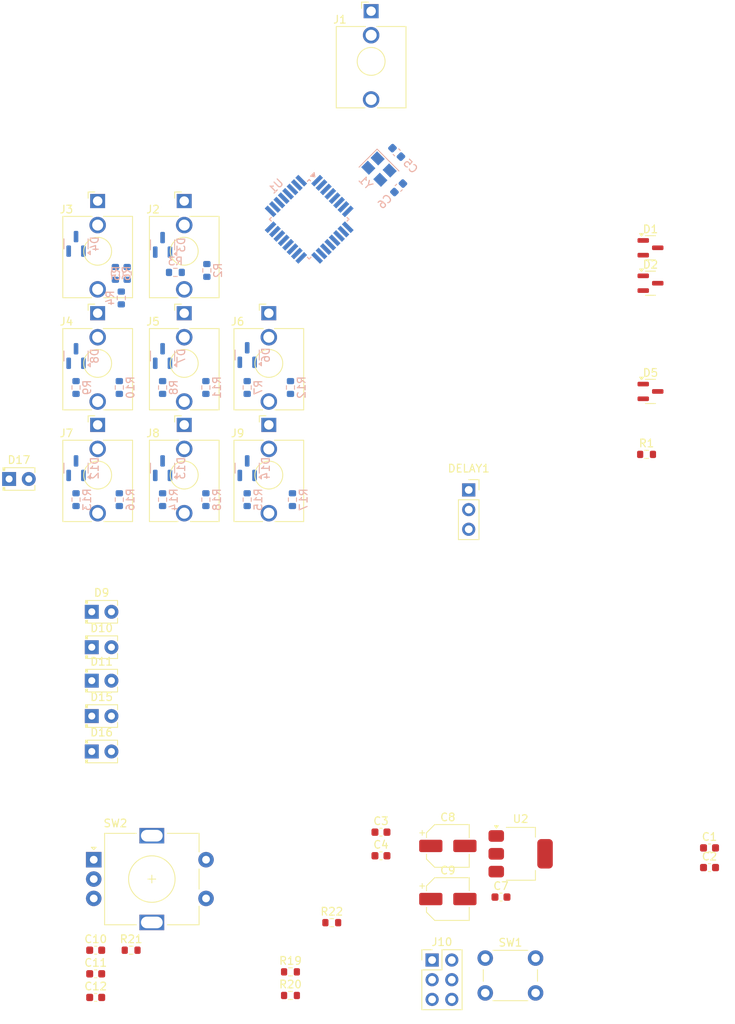
<source format=kicad_pcb>
(kicad_pcb (version 20240108) (generator "pcbnew") (generator_version "8.0")
  (layers (0 "F.Cu" signal) (31 "B.Cu" signal) (34 "B.Paste" user) (35 "F.Paste" user) (36 "B.SilkS" user "B.Silkscreen") (37 "F.SilkS" user "F.Silkscreen") (38 "B.Mask" user) (39 "F.Mask" user) (44 "Edge.Cuts" user))
  (net 0 "")
  (net 1 "Net-(U1-AREF)")
  (net 2 "Net-(U1-XTAL1{slash}PB6)")
  (net 3 "Net-(U1-XTAL2{slash}PB7)")
  (net 4 "Net-(D1-K)")
  (net 5 "A0 POT")
  (net 6 "D3 ROTARY RIGHT")
  (net 7 "D2 ROTARY LEFT")
  (net 8 "+12V")
  (net 9 "Net-(D2-A)")
  (net 10 "Net-(D3-COM)")
  (net 11 "Net-(D4-COM)")
  (net 12 "Net-(D5-A)")
  (net 13 "D7 CH3")
  (net 14 "D6 CH2")
  (net 15 "D5 CH1")
  (net 16 "Net-(D9-A)")
  (net 17 "Net-(D10-A)")
  (net 18 "Net-(D11-A)")
  (net 19 "D8 CH4")
  (net 20 "D9 CH5")
  (net 21 "D10 CH6")
  (net 22 "Net-(D15-A)")
  (net 23 "Net-(D16-A)")
  (net 24 "Net-(D17-A)")
  (net 25 "Net-(DELAY1-Pad2)")
  (net 26 "GND")
  (net 27 "+5V")
  (net 28 "Net-(J7-PadT)")
  (net 29 "Net-(J8-PadT)")
  (net 30 "Net-(J9-PadT)")
  (net 31 "D11 MOSI RESET")
  (net 32 "SCK")
  (net 33 "D12 MISO CLOCK")
  (net 34 "RESET")
  (net 35 "Net-(J6-PadT)")
  (net 36 "Net-(J5-PadT)")
  (net 37 "Net-(J4-PadT)")
  (net 38 "A5 SCL")
  (net 39 "A4 SDA")
  (net 40 "D4 PUSH")
  (net 41 "A3")
  (net 42 "D0{slash}RX")
  (net 43 "A6")
  (net 44 "D1{slash}TX")
  (net 45 "A7")
  (net 46 "A1")
  (net 47 "A2")
  (footprint "LED_THT:LED_D2.0mm_W4.0mm_H2.8mm_FlatTop" (layer "F.Cu") (at 35.306 118.11)
    (property "Reference" "D16" (at 1.27 -2.46 0) (layer "F.SilkS"))
    (property "Value" "LED")
    (pad "1" thru_hole rect (at 0 0) (size 1.8 1.8) (drill 0.9) (layers "*.Cu" "*.Mask") (net 26 "GND"))
    (pad "2" thru_hole circle (at 2.54 0) (size 1.8 1.8) (drill 0.9) (layers "*.Cu" "*.Mask") (net 23 "Net-(D16-A)"))
  )
  (footprint "Capacitor_SMD:C_0603_1608Metric" (layer "F.Cu") (at 88.138 136.906)
    (property "Reference" "C7" (at 0 -1.43 0) (layer "F.SilkS"))
    (property "Value" "C 100nF")
    (pad "1" smd roundrect (at -0.775 0) (size 0.9 0.95) (layers "F.Cu" "F.Paste" "F.Mask") (net 4 "Net-(D1-K)"))
    (pad "2" smd roundrect (at 0.775 0) (size 0.9 0.95) (layers "F.Cu" "F.Paste" "F.Mask") (net 26 "GND"))
  )
  (footprint "Resistor_SMD:R_0603_1608Metric" (layer "F.Cu") (at 40.386 143.764)
    (property "Reference" "R21" (at 0 -1.43 0) (layer "F.SilkS"))
    (property "Value" "R 470")
    (pad "1" smd roundrect (at -0.825 0) (size 0.8 0.95) (layers "F.Cu" "F.Paste" "F.Mask") (net 25 "Net-(DELAY1-Pad2)"))
    (pad "2" smd roundrect (at 0.825 0) (size 0.8 0.95) (layers "F.Cu" "F.Paste" "F.Mask") (net 5 "A0 POT"))
  )
  (footprint "Capacitor_SMD:CP_Elec_5x5.4" (layer "F.Cu") (at 81.28 130.302)
    (property "Reference" "C8" (at 0 -3.7 0) (layer "F.SilkS"))
    (property "Value" "C 10uf")
    (pad "1" smd roundrect (at -2.2 0) (size 3 1.6) (layers "F.Cu" "F.Paste" "F.Mask") (roundrect_rratio 0.15625) (net 4 "Net-(D1-K)"))
    (pad "2" smd roundrect (at 2.2 0) (size 3 1.6) (layers "F.Cu" "F.Paste" "F.Mask") (roundrect_rratio 0.15625) (net 26 "GND"))
  )
  (footprint "Capacitor_SMD:C_0603_1608Metric" (layer "F.Cu") (at 72.644 128.524)
    (property "Reference" "C3" (at 0 -1.43 0) (layer "F.SilkS"))
    (property "Value" "C 100nF")
    (pad "1" smd roundrect (at -0.775 0) (size 0.9 0.95) (layers "F.Cu" "F.Paste" "F.Mask") (net 27 "+5V"))
    (pad "2" smd roundrect (at 0.775 0) (size 0.9 0.95) (layers "F.Cu" "F.Paste" "F.Mask") (net 26 "GND"))
  )
  (footprint "Connector_Audio:Jack_3.5mm_QingPu_WQP-PJ398SM_Vertical_CircularHoles" (layer "F.Cu") (at 36.068 75.946)
    (property "Reference" "J7" (at -4.03 1.08 180) (layer "F.SilkS"))
    (property "Value" "AudioJack2")
    (pad "S" thru_hole rect (at 0 0 180) (size 1.93 1.83) (drill 1.22) (layers "*.Cu" "*.Mask") (net 26 "GND"))
    (pad "T" thru_hole circle (at 0 11.4 180) (size 2.13 2.13) (drill 1.43) (layers "*.Cu" "*.Mask") (net 28 "Net-(J7-PadT)"))
    (pad "TN" thru_hole circle (at 0 3.1 180) (size 2.13 2.13) (drill 1.42) (layers "*.Cu" "*.Mask"))
  )
  (footprint "Package_TO_SOT_SMD:SOT-23" (layer "F.Cu") (at 107.442 57.658)
    (property "Reference" "D2" (at 0 -2.4 0) (layer "F.SilkS"))
    (property "Value" "LED")
    (pad "1" smd roundrect (at -0.9375 -0.95) (size 1.475 0.6) (layers "F.Cu" "F.Paste" "F.Mask") (net 26 "GND"))
    (pad "2" smd roundrect (at -0.9375 0.95) (size 1.475 0.6) (layers "F.Cu" "F.Paste" "F.Mask") (net 9 "Net-(D2-A)"))
    (pad "3" smd roundrect (at 0.9375 0) (size 1.475 0.6) (layers "F.Cu" "F.Paste" "F.Mask"))
  )
  (footprint "Capacitor_SMD:C_0603_1608Metric" (layer "F.Cu") (at 35.814 149.86)
    (property "Reference" "C12" (at 0 -1.43 0) (layer "F.SilkS"))
    (property "Value" "C 10nF")
    (pad "1" smd roundrect (at -0.775 0) (size 0.9 0.95) (layers "F.Cu" "F.Paste" "F.Mask") (net 26 "GND"))
    (pad "2" smd roundrect (at 0.775 0) (size 0.9 0.95) (layers "F.Cu" "F.Paste" "F.Mask") (net 7 "D2 ROTARY LEFT"))
  )
  (footprint "Capacitor_SMD:C_0603_1608Metric" (layer "F.Cu") (at 72.644 131.572)
    (property "Reference" "C4" (at 0 -1.43 0) (layer "F.SilkS"))
    (property "Value" "C 100nF")
    (pad "1" smd roundrect (at -0.775 0) (size 0.9 0.95) (layers "F.Cu" "F.Paste" "F.Mask") (net 27 "+5V"))
    (pad "2" smd roundrect (at 0.775 0) (size 0.9 0.95) (layers "F.Cu" "F.Paste" "F.Mask") (net 26 "GND"))
  )
  (footprint "Connector_Audio:Jack_3.5mm_QingPu_WQP-PJ398SM_Vertical_CircularHoles" (layer "F.Cu") (at 58.166 61.53)
    (property "Reference" "J6" (at -4.03 1.08 0) (layer "F.SilkS"))
    (property "Value" "AudioJack2")
    (pad "S" thru_hole rect (at 0 0 180) (size 1.93 1.83) (drill 1.22) (layers "*.Cu" "*.Mask") (net 26 "GND"))
    (pad "T" thru_hole circle (at 0 11.4 180) (size 2.13 2.13) (drill 1.43) (layers "*.Cu" "*.Mask") (net 35 "Net-(J6-PadT)"))
    (pad "TN" thru_hole circle (at 0 3.1 180) (size 2.13 2.13) (drill 1.42) (layers "*.Cu" "*.Mask"))
  )
  (footprint "LED_THT:LED_D2.0mm_W4.0mm_H2.8mm_FlatTop" (layer "F.Cu") (at 35.306 100.076)
    (property "Reference" "D9" (at 1.27 -2.46 0) (layer "F.SilkS"))
    (property "Value" "LED")
    (pad "1" thru_hole rect (at 0 0) (size 1.8 1.8) (drill 0.9) (layers "*.Cu" "*.Mask") (net 26 "GND"))
    (pad "2" thru_hole circle (at 2.54 0) (size 1.8 1.8) (drill 0.9) (layers "*.Cu" "*.Mask") (net 16 "Net-(D9-A)"))
  )
  (footprint "Package_TO_SOT_SMD:SOT-223-3_TabPin2" (layer "F.Cu") (at 90.678 131.318)
    (property "Reference" "U2" (at 0 -4.5 0) (layer "F.SilkS"))
    (property "Value" "AMS1117-5.0")
    (pad "1" smd roundrect (at -3.15 -2.3) (size 2 1.5) (layers "F.Cu" "F.Paste" "F.Mask") (net 26 "GND"))
    (pad "2" smd roundrect (at -3.15 0) (size 2 1.5) (layers "F.Cu" "F.Paste" "F.Mask") (net 27 "+5V"))
    (pad "2" smd roundrect (at 3.15 0) (size 2 3.8) (layers "F.Cu" "F.Paste" "F.Mask") (net 27 "+5V"))
    (pad "3" smd roundrect (at -3.15 2.3) (size 2 1.5) (layers "F.Cu" "F.Paste" "F.Mask") (net 4 "Net-(D1-K)"))
  )
  (footprint "Connector_Audio:Jack_3.5mm_QingPu_WQP-PJ398SM_Vertical_CircularHoles" (layer "F.Cu") (at 71.374 22.541)
    (property "Reference" "J1" (at -4.03 1.08 180) (layer "F.SilkS"))
    (property "Value" "Conn_02x05_Odd_Even")
    (pad "S" thru_hole rect (at 0 0 180) (size 1.93 1.83) (drill 1.22) (layers "*.Cu" "*.Mask"))
    (pad "T" thru_hole circle (at 0 11.4 180) (size 2.13 2.13) (drill 1.43) (layers "*.Cu" "*.Mask"))
    (pad "TN" thru_hole circle (at 0 3.1 180) (size 2.13 2.13) (drill 1.42) (layers "*.Cu" "*.Mask"))
  )
  (footprint "Connector_PinSocket_2.54mm:PinSocket_1x03_P2.54mm_Vertical" (layer "F.Cu") (at 83.972 84.343)
    (property "Reference" "DELAY1" (at 0 -2.77 0) (layer "F.SilkS"))
    (property "Value" "R_Potentiometer_US_100K")
    (pad "1" thru_hole rect (at 0 0) (size 1.7 1.7) (drill 1) (layers "*.Cu" "*.Mask") (net 26 "GND"))
    (pad "2" thru_hole oval (at 0 2.54) (size 1.7 1.7) (drill 1) (layers "*.Cu" "*.Mask") (net 25 "Net-(DELAY1-Pad2)"))
    (pad "3" thru_hole oval (at 0 5.08) (size 1.7 1.7) (drill 1) (layers "*.Cu" "*.Mask") (net 27 "+5V"))
  )
  (footprint "Package_TO_SOT_SMD:SOT-23" (layer "F.Cu") (at 107.442 53.086)
    (property "Reference" "D1" (at 0 -2.4 0) (layer "F.SilkS"))
    (property "Value" "1N5819WS")
    (pad "1" smd roundrect (at -0.9375 -0.95) (size 1.475 0.6) (layers "F.Cu" "F.Paste" "F.Mask") (net 4 "Net-(D1-K)"))
    (pad "2" smd roundrect (at -0.9375 0.95) (size 1.475 0.6) (layers "F.Cu" "F.Paste" "F.Mask") (net 8 "+12V"))
    (pad "3" smd roundrect (at 0.9375 0) (size 1.475 0.6) (layers "F.Cu" "F.Paste" "F.Mask"))
  )
  (footprint "Connector_Audio:Jack_3.5mm_QingPu_WQP-PJ398SM_Vertical_CircularHoles" (layer "F.Cu") (at 36.068 47.052)
    (property "Reference" "J3" (at -4.03 1.08 180) (layer "F.SilkS"))
    (property "Value" "AudioJack2")
    (pad "S" thru_hole rect (at 0 0 180) (size 1.93 1.83) (drill 1.22) (layers "*.Cu" "*.Mask") (net 26 "GND"))
    (pad "T" thru_hole circle (at 0 11.4 180) (size 2.13 2.13) (drill 1.43) (layers "*.Cu" "*.Mask") (net 11 "Net-(D4-COM)"))
    (pad "TN" thru_hole circle (at 0 3.1 180) (size 2.13 2.13) (drill 1.42) (layers "*.Cu" "*.Mask"))
  )
  (footprint "Resistor_SMD:R_0603_1608Metric" (layer "F.Cu") (at 106.934 79.756)
    (property "Reference" "R1" (at 0 -1.43 0) (layer "F.SilkS"))
    (property "Value" "R 1K5")
    (pad "1" smd roundrect (at -0.825 0) (size 0.8 0.95) (layers "F.Cu" "F.Paste" "F.Mask") (net 9 "Net-(D2-A)"))
    (pad "2" smd roundrect (at 0.825 0) (size 0.8 0.95) (layers "F.Cu" "F.Paste" "F.Mask") (net 8 "+12V"))
  )
  (footprint "Connector_Audio:Jack_3.5mm_QingPu_WQP-PJ398SM_Vertical_CircularHoles" (layer "F.Cu") (at 47.244 61.53)
    (property "Reference" "J5" (at -4.03 1.08 0) (layer "F.SilkS"))
    (property "Value" "AudioJack2")
    (pad "S" thru_hole rect (at 0 0 180) (size 1.93 1.83) (drill 1.22) (layers "*.Cu" "*.Mask") (net 26 "GND"))
    (pad "T" thru_hole circle (at 0 11.4 180) (size 2.13 2.13) (drill 1.43) (layers "*.Cu" "*.Mask") (net 36 "Net-(J5-PadT)"))
    (pad "TN" thru_hole circle (at 0 3.1 180) (size 2.13 2.13) (drill 1.42) (layers "*.Cu" "*.Mask"))
  )
  (footprint "Resistor_SMD:R_0603_1608Metric" (layer "F.Cu") (at 60.96 149.606)
    (property "Reference" "R20" (at 0 -1.43 0) (layer "F.SilkS"))
    (property "Value" "R 3K3")
    (pad "1" smd roundrect (at -0.825 0) (size 0.8 0.95) (layers "F.Cu" "F.Paste" "F.Mask") (net 39 "A4 SDA"))
    (pad "2" smd roundrect (at 0.825 0) (size 0.8 0.95) (layers "F.Cu" "F.Paste" "F.Mask") (net 27 "+5V"))
  )
  (footprint "Rotary_Encoder:RotaryEncoder_Alps_EC11E-Switch_Vertical_H20mm" (layer "F.Cu") (at 35.56 132.08)
    (property "Reference" "SW2" (at 2.8 -4.7 0) (layer "F.SilkS"))
    (property "Value" "RotaryEncoder_Switch")
    (pad "A" thru_hole rect (at 0 0) (size 2 2) (drill 1) (layers "*.Cu" "*.Mask") (net 6 "D3 ROTARY RIGHT"))
    (pad "B" thru_hole circle (at 0 5) (size 2 2) (drill 1) (layers "*.Cu" "*.Mask") (net 7 "D2 ROTARY LEFT"))
    (pad "C" thru_hole circle (at 0 2.5) (size 2 2) (drill 1) (layers "*.Cu" "*.Mask") (net 26 "GND"))
    (pad "MP" thru_hole rect (at 7.5 -3.1) (size 3.2 2) (drill oval 2.8 1.5) (layers "*.Cu" "*.Mask"))
    (pad "MP" thru_hole rect (at 7.5 8.1) (size 3.2 2) (drill oval 2.8 1.5) (layers "*.Cu" "*.Mask"))
    (pad "S1" thru_hole circle (at 14.5 5) (size 2 2) (drill 1) (layers "*.Cu" "*.Mask") (net 40 "D4 PUSH"))
    (pad "S2" thru_hole circle (at 14.5 0) (size 2 2) (drill 1) (layers "*.Cu" "*.Mask") (net 26 "GND"))
  )
  (footprint "Capacitor_SMD:C_0603_1608Metric" (layer "F.Cu") (at 115.062 130.556)
    (property "Reference" "C1" (at 0 -1.43 0) (layer "F.SilkS"))
    (property "Value" "C 100nF")
    (pad "1" smd roundrect (at -0.775 0) (size 0.9 0.95) (layers "F.Cu" "F.Paste" "F.Mask") (net 27 "+5V"))
    (pad "2" smd roundrect (at 0.775 0) (size 0.9 0.95) (layers "F.Cu" "F.Paste" "F.Mask") (net 26 "GND"))
  )
  (footprint "Resistor_SMD:R_0603_1608Metric" (layer "F.Cu") (at 66.294 140.208)
    (property "Reference" "R22" (at 0 -1.43 0) (layer "F.SilkS"))
    (property "Value" "R 10K")
    (pad "1" smd roundrect (at -0.825 0) (size 0.8 0.95) (layers "F.Cu" "F.Paste" "F.Mask") (net 34 "RESET"))
    (pad "2" smd roundrect (at 0.825 0) (size 0.8 0.95) (layers "F.Cu" "F.Paste" "F.Mask") (net 27 "+5V"))
  )
  (footprint "LED_THT:LED_D2.0mm_W4.0mm_H2.8mm_FlatTop" (layer "F.Cu") (at 35.306 108.966)
    (property "Reference" "D11" (at 1.27 -2.46 0) (layer "F.SilkS"))
    (property "Value" "LED")
    (pad "1" thru_hole rect (at 0 0) (size 1.8 1.8) (drill 0.9) (layers "*.Cu" "*.Mask") (net 26 "GND"))
    (pad "2" thru_hole circle (at 2.54 0) (size 1.8 1.8) (drill 0.9) (layers "*.Cu" "*.Mask") (net 18 "Net-(D11-A)"))
  )
  (footprint "Connector_Audio:Jack_3.5mm_QingPu_WQP-PJ398SM_Vertical_CircularHoles" (layer "F.Cu") (at 58.166 75.946)
    (property "Reference" "J9" (at -4.03 1.08 180) (layer "F.SilkS"))
    (property "Value" "AudioJack2")
    (pad "S" thru_hole rect (at 0 0 180) (size 1.93 1.83) (drill 1.22) (layers "*.Cu" "*.Mask") (net 26 "GND"))
    (pad "T" thru_hole circle (at 0 11.4 180) (size 2.13 2.13) (drill 1.43) (layers "*.Cu" "*.Mask") (net 30 "Net-(J9-PadT)"))
    (pad "TN" thru_hole circle (at 0 3.1 180) (size 2.13 2.13) (drill 1.42) (layers "*.Cu" "*.Mask"))
  )
  (footprint "Capacitor_SMD:C_0603_1608Metric" (layer "F.Cu") (at 35.814 146.812)
    (property "Reference" "C11" (at 0 -1.43 0) (layer "F.SilkS"))
    (property "Value" "C 10nF")
    (pad "1" smd roundrect (at -0.775 0) (size 0.9 0.95) (layers "F.Cu" "F.Paste" "F.Mask") (net 6 "D3 ROTARY RIGHT"))
    (pad "2" smd roundrect (at 0.775 0) (size 0.9 0.95) (layers "F.Cu" "F.Paste" "F.Mask") (net 26 "GND"))
  )
  (footprint "Package_TO_SOT_SMD:SOT-23" (layer "F.Cu") (at 107.442 71.628)
    (property "Reference" "D5" (at 0 -2.4 0) (layer "F.SilkS"))
    (property "Value" "LED")
    (pad "1" smd roundrect (at -0.9375 -0.95) (size 1.475 0.6) (layers "F.Cu" "F.Paste" "F.Mask") (net 26 "GND"))
    (pad "2" smd roundrect (at -0.9375 0.95) (size 1.475 0.6) (layers "F.Cu" "F.Paste" "F.Mask") (net 12 "Net-(D5-A)"))
    (pad "3" smd roundrect (at 0.9375 0) (size 1.475 0.6) (layers "F.Cu" "F.Paste" "F.Mask"))
  )
  (footprint "Button_Switch_THT:SW_PUSH_6mm" (layer "F.Cu") (at 86.106 144.78)
    (property "Reference" "SW1" (at 3.25 -2 0) (layer "F.SilkS"))
    (property "Value" "SW_TACTILE")
    (pad "1" thru_hole circle (at 0 0 90) (size 2 2) (drill 1.1) (layers "*.Cu" "*.Mask") (net 26 "GND"))
    (pad "1" thru_hole circle (at 6.5 0 90) (size 2 2) (drill 1.1) (layers "*.Cu" "*.Mask") (net 26 "GND"))
    (pad "2" thru_hole circle (at 0 4.5 90) (size 2 2) (drill 1.1) (layers "*.Cu" "*.Mask") (net 34 "RESET"))
    (pad "2" thru_hole circle (at 6.5 4.5 90) (size 2 2) (drill 1.1) (layers "*.Cu" "*.Mask") (net 34 "RESET"))
  )
  (footprint "Connector_Audio:Jack_3.5mm_QingPu_WQP-PJ398SM_Vertical_CircularHoles" (layer "F.Cu") (at 47.244 75.946)
    (property "Reference" "J8" (at -4.03 1.08 180) (layer "F.SilkS"))
    (property "Value" "AudioJack2")
    (pad "S" thru_hole rect (at 0 0 180) (size 1.93 1.83) (drill 1.22) (layers "*.Cu" "*.Mask") (net 26 "GND"))
    (pad "T" thru_hole circle (at 0 11.4 180) (size 2.13 2.13) (drill 1.43) (layers "*.Cu" "*.Mask") (net 29 "Net-(J8-PadT)"))
    (pad "TN" thru_hole circle (at 0 3.1 180) (size 2.13 2.13) (drill 1.42) (layers "*.Cu" "*.Mask"))
  )
  (footprint "Connector_Audio:Jack_3.5mm_QingPu_WQP-PJ398SM_Vertical_CircularHoles" (layer "F.Cu") (at 36.068 61.53)
    (property "Reference" "J4" (at -4.03 1.08 0) (layer "F.SilkS"))
    (property "Value" "AudioJack2")
    (pad "S" thru_hole rect (at 0 0 180) (size 1.93 1.83) (drill 1.22) (layers "*.Cu" "*.Mask") (net 26 "GND"))
    (pad "T" thru_hole circle (at 0 11.4 180) (size 2.13 2.13) (drill 1.43) (layers "*.Cu" "*.Mask") (net 37 "Net-(J4-PadT)"))
    (pad "TN" thru_hole circle (at 0 3.1 180) (size 2.13 2.13) (drill 1.42) (layers "*.Cu" "*.Mask"))
  )
  (footprint "LED_THT:LED_D2.0mm_W4.0mm_H2.8mm_FlatTop" (layer "F.Cu") (at 35.306 104.648)
    (property "Reference" "D10" (at 1.27 -2.46 0) (layer "F.SilkS"))
    (property "Value" "LED")
    (pad "1" thru_hole rect (at 0 0) (size 1.8 1.8) (drill 0.9) (layers "*.Cu" "*.Mask") (net 26 "GND"))
    (pad "2" thru_hole circle (at 2.54 0) (size 1.8 1.8) (drill 0.9) (layers "*.Cu" "*.Mask") (net 17 "Net-(D10-A)"))
  )
  (footprint "Resistor_SMD:R_0603_1608Metric" (layer "F.Cu") (at 60.96 146.558)
    (property "Reference" "R19" (at 0 -1.43 0) (layer "F.SilkS"))
    (property "Value" "R 3K3")
    (pad "1" smd roundrect (at -0.825 0) (size 0.8 0.95) (layers "F.Cu" "F.Paste" "F.Mask") (net 38 "A5 SCL"))
    (pad "2" smd roundrect (at 0.825 0) (size 0.8 0.95) (layers "F.Cu" "F.Paste" "F.Mask") (net 27 "+5V"))
  )
  (footprint "Connector_Audio:Jack_3.5mm_QingPu_WQP-PJ398SM_Vertical_CircularHoles" (layer "F.Cu") (at 47.244 47.052)
    (property "Reference" "J2" (at -4.03 1.08 180) (layer "F.SilkS"))
    (property "Value" "AudioJack2")
    (pad "S" thru_hole rect (at 0 0 180) (size 1.93 1.83) (drill 1.22) (layers "*.Cu" "*.Mask") (net 26 "GND"))
    (pad "T" thru_hole circle (at 0 11.4 180) (size 2.13 2.13) (drill 1.43) (layers "*.Cu" "*.Mask") (net 10 "Net-(D3-COM)"))
    (pad "TN" thru_hole circle (at 0 3.1 180) (size 2.13 2.13) (drill 1.42) (layers "*.Cu" "*.Mask"))
  )
  (footprint "Connector_PinHeader_2.54mm:PinHeader_2x03_P2.54mm_Vertical" (layer "F.Cu") (at 79.248 145.034)
    (property "Reference" "J10" (at 1.27 -2.33 0) (layer "F.SilkS"))
    (property "Value" "Conn_02x03_Odd_Even")
    (pad "1" thru_hole rect (at 0 0) (size 1.7 1.7) (drill 1) (layers "*.Cu" "*.Mask") (net 33 "D12 MISO CLOCK"))
    (pad "2" thru_hole oval (at 2.54 0) (size 1.7 1.7) (drill 1) (layers "*.Cu" "*.Mask") (net 27 "+5V"))
    (pad "3" thru_hole oval (at 0 2.54) (size 1.7 1.7) (drill 1) (layers "*.Cu" "*.Mask") (net 32 "SCK"))
    (pad "4" thru_hole oval (at 2.54 2.54) (size 1.7 1.7) (drill 1) (layers "*.Cu" "*.Mask") (net 31 "D11 MOSI RESET"))
    (pad "5" thru_hole oval (at 0 5.08) (size 1.7 1.7) (drill 1) (layers "*.Cu" "*.Mask") (net 34 "RESET"))
    (pad "6" thru_hole oval (at 2.54 5.08) (size 1.7 1.7) (drill 1) (layers "*.Cu" "*.Mask") (net 26 "GND"))
  )
  (footprint "Capacitor_SMD:C_0603_1608Metric" (layer "F.Cu") (at 35.814 143.764)
    (property "Reference" "C10" (at 0 -1.43 0) (layer "F.SilkS"))
    (property "Value" "C 220pF")
    (pad "1" smd roundrect (at -0.775 0) (size 0.9 0.95) (layers "F.Cu" "F.Paste" "F.Mask") (net 5 "A0 POT"))
    (pad "2" smd roundrect (at 0.775 0) (size 0.9 0.95) (layers "F.Cu" "F.Paste" "F.Mask") (net 26 "GND"))
  )
  (footprint "LED_THT:LED_D2.0mm_W4.0mm_H2.8mm_FlatTop" (layer "F.Cu") (at 35.306 113.538)
    (property "Reference" "D15" (at 1.27 -2.46 0) (layer "F.SilkS"))
    (property "Value" "LED")
    (pad "1" thru_hole rect (at 0 0) (size 1.8 1.8) (drill 0.9) (layers "*.Cu" "*.Mask") (net 26 "GND"))
    (pad "2" thru_hole circle (at 2.54 0) (size 1.8 1.8) (drill 0.9) (layers "*.Cu" "*.Mask") (net 22 "Net-(D15-A)"))
  )
  (footprint "Capacitor_SMD:CP_Elec_5x5.4" (layer "F.Cu") (at 81.28 137.16)
    (property "Reference" "C9" (at 0 -3.7 0) (layer "F.SilkS"))
    (property "Value" "C 10uf")
    (pad "1" smd roundrect (at -2.2 0) (size 3 1.6) (layers "F.Cu" "F.Paste" "F.Mask") (roundrect_rratio 0.15625) (net 27 "+5V"))
    (pad "2" smd roundrect (at 2.2 0) (size 3 1.6) (layers "F.Cu" "F.Paste" "F.Mask") (roundrect_rratio 0.15625) (net 26 "GND"))
  )
  (footprint "Capacitor_SMD:C_0603_1608Metric" (layer "F.Cu") (at 115.062 133.096)
    (property "Reference" "C2" (at 0 -1.43 0) (layer "F.SilkS"))
    (property "Value" "C 100nF")
    (pad "1" smd roundrect (at -0.775 0) (size 0.9 0.95) (layers "F.Cu" "F.Paste" "F.Mask") (net 1 "Net-(U1-AREF)"))
    (pad "2" smd roundrect (at 0.775 0) (size 0.9 0.95) (layers "F.Cu" "F.Paste" "F.Mask") (net 26 "GND"))
  )
  (footprint "LED_THT:LED_D2.0mm_W4.0mm_H2.8mm_FlatTop" (layer "F.Cu") (at 24.633 82.931)
    (property "Reference" "D17" (at 1.27 -2.46 0) (layer "F.SilkS"))
    (property "Value" "LED")
    (pad "1" thru_hole rect (at 0 0) (size 1.8 1.8) (drill 0.9) (layers "*.Cu" "*.Mask") (net 26 "GND"))
    (pad "2" thru_hole circle (at 2.54 0) (size 1.8 1.8) (drill 0.9) (layers "*.Cu" "*.Mask") (net 24 "Net-(D17-A)"))
  )
  (footprint "Package_TO_SOT_SMD:SOT-23" (layer "B.Cu") (at 33.274 52.578 90)
    (property "Reference" "D4" (at 0 2.4 90) (layer "B.SilkS") (effects (justify mirror)))
    (property "Value" "BAT54S")
    (pad "1" smd roundrect (at -0.9375 0.95 90) (size 1.475 0.6) (layers "B.Cu" "B.Paste" "B.Mask") (net 26 "GND"))
    (pad "2" smd roundrect (at -0.9375 -0.95 90) (size 1.475 0.6) (layers "B.Cu" "B.Paste" "B.Mask") (net 27 "+5V"))
    (pad "3" smd roundrect (at 0.9375 0 90) (size 1.475 0.6) (layers "B.Cu" "B.Paste" "B.Mask") (net 11 "Net-(D4-COM)"))
  )
  (footprint "Crystal:Crystal_SMD_3225-4Pin_3.2x2.5mm" (layer "B.Cu") (at 72.39 42.926 -45)
    (property "Reference" "Y1" (at 0 2.450001 135) (layer "B.SilkS") (effects (justify mirror)))
    (property "Value" "Crystal_GND24")
    (pad "1" smd rect (at -1.1 -0.85 315) (size 1.4 1.2) (layers "B.Cu" "B.Paste" "B.Mask") (net 2 "Net-(U1-XTAL1{slash}PB6)"))
    (pad "2" smd rect (at 1.1 -0.85 315) (size 1.4 1.2) (layers "B.Cu" "B.Paste" "B.Mask") (net 26 "GND"))
    (pad "3" smd rect (at 1.1 0.85 315) (size 1.4 1.2) (layers "B.Cu" "B.Paste" "B.Mask") (net 3 "Net-(U1-XTAL2{slash}PB7)"))
    (pad "4" smd rect (at -1.1 0.85 315) (size 1.4 1.2) (layers "B.Cu" "B.Paste" "B.Mask") (net 26 "GND"))
  )
  (footprint "Resistor_SMD:R_0603_1608Metric" (layer "B.Cu") (at 50.165 56.007 90)
    (property "Reference" "R2" (at 0 1.43 90) (layer "B.SilkS") (effects (justify mirror)))
    (property "Value" "R 470")
    (pad "1" smd roundrect (at -0.825 0 90) (size 0.8 0.95) (layers "B.Cu" "B.Paste" "B.Mask") (net 10 "Net-(D3-COM)"))
    (pad "2" smd roundrect (at 0.825 0 90) (size 0.8 0.95) (layers "B.Cu" "B.Paste" "B.Mask") (net 31 "D11 MOSI RESET"))
  )
  (footprint "Resistor_SMD:R_0603_1608Metric" (layer "B.Cu") (at 61.214 85.598 90)
    (property "Reference" "R17" (at 0 1.43 -90) (layer "B.SilkS") (effects (justify mirror)))
    (property "Value" "R 33k")
    (pad "1" smd roundrect (at -0.825 0 90) (size 0.8 0.95) (layers "B.Cu" "B.Paste" "B.Mask") (net 30 "Net-(J9-PadT)"))
    (pad "2" smd roundrect (at 0.825 0 90) (size 0.8 0.95) (layers "B.Cu" "B.Paste" "B.Mask") (net 23 "Net-(D16-A)"))
  )
  (footprint "Resistor_SMD:R_0603_1608Metric" (layer "B.Cu") (at 44.45 71.12 90)
    (property "Reference" "R8" (at 0 1.43 -90) (layer "B.SilkS") (effects (justify mirror)))
    (property "Value" "R 470")
    (pad "1" smd roundrect (at -0.825 0 90) (size 0.8 0.95) (layers "B.Cu" "B.Paste" "B.Mask") (net 36 "Net-(J5-PadT)"))
    (pad "2" smd roundrect (at 0.825 0 90) (size 0.8 0.95) (layers "B.Cu" "B.Paste" "B.Mask") (net 14 "D6 CH2"))
  )
  (footprint "Resistor_SMD:R_0603_1608Metric" (layer "B.Cu") (at 33.274 71.12 90)
    (property "Reference" "R9" (at 0 1.43 -90) (layer "B.SilkS") (effects (justify mirror)))
    (property "Value" "R 470")
    (pad "1" smd roundrect (at -0.825 0 90) (size 0.8 0.95) (layers "B.Cu" "B.Paste" "B.Mask") (net 37 "Net-(J4-PadT)"))
    (pad "2" smd roundrect (at 0.825 0 90) (size 0.8 0.95) (layers "B.Cu" "B.Paste" "B.Mask") (net 15 "D5 CH1"))
  )
  (footprint "Capacitor_SMD:C_0603_1608Metric" (layer "B.Cu") (at 74.676 40.767 -45)
    (property "Reference" "C5" (at 2.514472 0 135) (layer "B.SilkS") (effects (justify mirror)))
    (property "Value" "C 20pF")
    (pad "1" smd roundrect (at -0.775 0 315) (size 0.9 0.95) (layers "B.Cu" "B.Paste" "B.Mask") (net 2 "Net-(U1-XTAL1{slash}PB6)"))
    (pad "2" smd roundrect (at 0.775 0 315) (size 0.9 0.95) (layers "B.Cu" "B.Paste" "B.Mask") (net 26 "GND"))
  )
  (footprint "Package_TO_SOT_SMD:SOT-23" (layer "B.Cu") (at 44.45 67.056 90)
    (property "Reference" "D7" (at 0 2.4 90) (layer "B.SilkS") (effects (justify mirror)))
    (property "Value" "BAT54S")
    (pad "1" smd roundrect (at -0.9375 0.95 90) (size 1.475 0.6) (layers "B.Cu" "B.Paste" "B.Mask") (net 26 "GND"))
    (pad "2" smd roundrect (at -0.9375 -0.95 90) (size 1.475 0.6) (layers "B.Cu" "B.Paste" "B.Mask") (net 27 "+5V"))
    (pad "3" smd roundrect (at 0.9375 0 90) (size 1.475 0.6) (layers "B.Cu" "B.Paste" "B.Mask") (net 14 "D6 CH2"))
  )
  (footprint "Package_QFP:TQFP-32_7x7mm_P0.8mm" (layer "B.Cu") (at 63.373 49.403 -135)
    (property "Reference" "U1" (at 0 6.05 45) (layer "B.SilkS") (effects (justify mirror)))
    (property "Value" "ATmega328P-AU")
    (pad "1" smd rect (at -4.25 2.8 225) (size 1.6 0.55) (layers "B.Cu" "B.Paste" "B.Mask") (net 6 "D3 ROTARY RIGHT"))
    (pad "2" smd rect (at -4.25 2 225) (size 1.6 0.55) (layers "B.Cu" "B.Paste" "B.Mask") (net 40 "D4 PUSH"))
    (pad "3" smd rect (at -4.25 1.2 225) (size 1.6 0.55) (layers "B.Cu" "B.Paste" "B.Mask") (net 26 "GND"))
    (pad "4" smd rect (at -4.25 0.4 225) (size 1.6 0.55) (layers "B.Cu" "B.Paste" "B.Mask") (net 27 "+5V"))
    (pad "5" smd rect (at -4.25 -0.4 225) (size 1.6 0.55) (layers "B.Cu" "B.Paste" "B.Mask") (net 26 "GND"))
    (pad "6" smd rect (at -4.25 -1.2 225) (size 1.6 0.55) (layers "B.Cu" "B.Paste" "B.Mask") (net 27 "+5V"))
    (pad "7" smd rect (at -4.25 -2 225) (size 1.6 0.55) (layers "B.Cu" "B.Paste" "B.Mask") (net 2 "Net-(U1-XTAL1{slash}PB6)"))
    (pad "8" smd rect (at -4.25 -2.8 225) (size 1.6 0.55) (layers "B.Cu" "B.Paste" "B.Mask") (net 3 "Net-(U1-XTAL2{slash}PB7)"))
    (pad "9" smd rect (at -2.8 -4.25 135) (size 1.6 0.55) (layers "B.Cu" "B.Paste" "B.Mask") (net 15 "D5 CH1"))
    (pad "10" smd rect (at -2 -4.25 135) (size 1.6 0.55) (layers "B.Cu" "B.Paste" "B.Mask") (net 14 "D6 CH2"))
    (pad "11" smd rect (at -1.2 -4.25 135) (size 1.6 0.55) (layers "B.Cu" "B.Paste" "B.Mask") (net 13 "D7 CH3"))
    (pad "12" smd rect (at -0.4 -4.25 135) (size 1.6 0.55) (layers "B.Cu" "B.Paste" "B.Mask") (net 19 "D8 CH4"))
    (pad "13" smd rect (at 0.4 -4.25 135) (size 1.6 0.55) (layers "B.Cu" "B.Paste" "B.Mask") (net 20 "D9 CH5"))
    (pad "14" smd rect (at 1.2 -4.25 135) (size 1.6 0.55) (layers "B.Cu" "B.Paste" "B.Mask") (net 21 "D10 CH6"))
    (pad "15" smd rect (at 2 -4.25 135) (size 1.6 0.55) (layers "B.Cu" "B.Paste" "B.Mask") (net 31 "D11 MOSI RESET"))
    (pad "16" smd rect (at 2.8 -4.25 135) (size 1.6 0.55) (layers "B.Cu" "B.Paste" "B.Mask") (net 33 "D12 MISO CLOCK"))
    (pad "17" smd rect (at 4.25 -2.8 225) (size 1.6 0.55) (layers "B.Cu" "B.Paste" "B.Mask") (net 32 "SCK"))
    (pad "18" smd rect (at 4.25 -2 225) (size 1.6 0.55) (layers "B.Cu" "B.Paste" "B.Mask") (net 27 "+5V"))
    (pad "19" smd rect (at 4.25 -1.2 225) (size 1.6 0.55) (layers "B.Cu" "B.Paste" "B.Mask") (net 43 "A6"))
    (pad "20" smd rect (at 4.25 -0.4 225) (size 1.6 0.55) (layers "B.Cu" "B.Paste" "B.Mask") (net 1 "Net-(U1-AREF)"))
    (pad "21" smd rect (at 4.25 0.4 225) (size 1.6 0.55) (layers "B.Cu" "B.Paste" "B.Mask") (net 26 "GND"))
    (pad "22" smd rect (at 4.25 1.2 225) (size 1.6 0.55) (layers "B.Cu" "B.Paste" "B.Mask") (net 45 "A7"))
    (pad "23" smd rect (at 4.25 2 225) (size 1.6 0.55) (layers "B.Cu" "B.Paste" "B.Mask") (net 5 "A0 POT"))
    (pad "24" smd rect (at 4.25 2.8 225) (size 1.6 0.55) (layers "B.Cu" "B.Paste" "B.Mask") (net 46 "A1"))
    (pad "25" smd rect (at 2.8 4.25 135) (size 1.6 0.55) (layers "B.Cu" "B.Paste" "B.Mask") (net 47 "A2"))
    (pad "26" smd rect (at 2 4.25 135) (size 1.6 0.55) (layers "B.Cu" "B.Paste" "B.Mask") (net 41 "A3"))
    (pad "27" smd rect (at 1.2 4.25 135) (size 1.6 0.55) (layers "B.Cu" "B.Paste" "B.Mask") (net 39 "A4 SDA"))
    (pad "28" smd rect (at 0.4 4.25 135) (size 1.6 0.55) (layers "B.Cu" "B.Paste" "B.Mask") (net 38 "A5 SCL"))
    (pad "29" smd rect (at -0.4 4.25 135) (size 1.6 0.55) (layers "B.Cu" "B.Paste" "B.Mask") (net 34 "RESET"))
    (pad "30" smd rect (at -1.2 4.25 135) (size 1.6 0.55) (layers "B.Cu" "B.Paste" "B.Mask") (net 42 "D0{slash}RX"))
    (pad "31" smd rect (at -2 4.25 135) (size 1.6 0.55) (layers "B.Cu" "B.Paste" "B.Mask") (net 44 "D1{slash}TX"))
    (pad "32" smd rect (at -2.8 4.25 135) (size 1.6 0.55) (layers "B.Cu" "B.Paste" "B.Mask") (net 7 "D2 ROTARY LEFT"))
  )
  (footprint "Resistor_SMD:R_0603_1608Metric" (layer "B.Cu") (at 39.878 56.388 -90)
    (property "Reference" "R5" (at 0 1.43 90) (layer "B.SilkS") (effects (justify mirror)))
    (property "Value" "R 100k")
    (pad "1" smd roundrect (at -0.825 0 270) (size 0.8 0.95) (layers "B.Cu" "B.Paste" "B.Mask") (net 26 "GND"))
    (pad "2" smd roundrect (at 0.825 0 270) (size 0.8 0.95) (layers "B.Cu" "B.Paste" "B.Mask") (net 11 "Net-(D4-COM)"))
  )
  (footprint "Package_TO_SOT_SMD:SOT-23" (layer "B.Cu") (at 55.372 66.929 90)
    (property "Reference" "D6" (at 0 2.4 90) (layer "B.SilkS") (effects (justify mirror)))
    (property "Value" "BAT54S")
    (pad "1" smd roundrect (at -0.9375 0.95 90) (size 1.475 0.6) (layers "B.Cu" "B.Paste" "B.Mask") (net 26 "GND"))
    (pad "2" smd roundrect (at -0.9375 -0.95 90) (size 1.475 0.6) (layers "B.Cu" "B.Paste" "B.Mask") (net 27 "+5V"))
    (pad "3" smd roundrect (at 0.9375 0 90) (size 1.475 0.6) (layers "B.Cu" "B.Paste" "B.Mask") (net 13 "D7 CH3"))
  )
  (footprint "Capacitor_SMD:C_0603_1608Metric" (layer "B.Cu") (at 74.93 45.339 45)
    (property "Reference" "C6" (at -2.514472 0 45) (layer "B.SilkS") (effects (justify mirror)))
    (property "Value" "C 20pF")
    (pad "1" smd roundrect (at -0.775 0 45) (size 0.9 0.95) (layers "B.Cu" "B.Paste" "B.Mask") (net 3 "Net-(U1-XTAL2{slash}PB7)"))
    (pad "2" smd roundrect (at 0.775 0 45) (size 0.9 0.95) (layers "B.Cu" "B.Paste" "B.Mask") (net 26 "GND"))
  )
  (footprint "Resistor_SMD:R_0603_1608Metric" (layer "B.Cu") (at 38.862 71.12 90)
    (property "Reference" "R10" (at 0 1.43 -90) (layer "B.SilkS") (effects (justify mirror)))
    (property "Value" "R 33k")
    (pad "1" smd roundrect (at -0.825 0 90) (size 0.8 0.95) (layers "B.Cu" "B.Paste" "B.Mask") (net 37 "Net-(J4-PadT)"))
    (pad "2" smd roundrect (at 0.825 0 90) (size 0.8 0.95) (layers "B.Cu" "B.Paste" "B.Mask") (net 16 "Net-(D9-A)"))
  )
  (footprint "Resistor_SMD:R_0603_1608Metric" (layer "B.Cu") (at 55.372 71.12 90)
    (property "Reference" "R7" (at 0 1.43 -90) (layer "B.SilkS") (effects (justify mirror)))
    (property "Value" "R 470")
    (pad "1" smd roundrect (at -0.825 0 90) (size 0.8 0.95) (layers "B.Cu" "B.Paste" "B.Mask") (net 35 "Net-(J6-PadT)"))
    (pad "2" smd roundrect (at 0.825 0 90) (size 0.8 0.95) (layers "B.Cu" "B.Paste" "B.Mask") (net 13 "D7 CH3"))
  )
  (footprint "Resistor_SMD:R_0603_1608Metric" (layer "B.Cu") (at 39.116 59.563 -90)
    (property "Reference" "R4" (at 0 1.43 90) (layer "B.SilkS") (effects (justify mirror)))
    (property "Value" "R 470")
    (pad "1" smd roundrect (at -0.825 0 270) (size 0.8 0.95) (layers "B.Cu" "B.Paste" "B.Mask") (net 11 "Net-(D4-COM)"))
    (pad "2" smd roundrect (at 0.825 0 270) (size 0.8 0.95) (layers "B.Cu" "B.Paste" "B.Mask") (net 33 "D12 MISO CLOCK"))
  )
  (footprint "Package_TO_SOT_SMD:SOT-23" (layer "B.Cu") (at 44.45 52.705 90)
    (property "Reference" "D3" (at 0 2.4 90) (layer "B.SilkS") (effects (justify mirror)))
    (property "Value" "BAT54S")
    (pad "1" smd roundrect (at -0.9375 0.95 90) (size 1.475 0.6) (layers "B.Cu" "B.Paste" "B.Mask") (net 26 "GND"))
    (pad "2" smd roundrect (at -0.9375 -0.95 90) (size 1.475 0.6) (layers "B.Cu" "B.Paste" "B.Mask") (net 27 "+5V"))
    (pad "3" smd roundrect (at 0.9375 0 90) (size 1.475 0.6) (layers "B.Cu" "B.Paste" "B.Mask") (net 10 "Net-(D3-COM)"))
  )
  (footprint "Resistor_SMD:R_0603_1608Metric" (layer "B.Cu") (at 38.862 85.598 90)
    (property "Reference" "R16" (at 0 1.43 -90) (layer "B.SilkS") (effects (justify mirror)))
    (property "Value" "R 33k")
    (pad "1" smd roundrect (at -0.825 0 90) (size 0.8 0.95) (layers "B.Cu" "B.Paste" "B.Mask") (net 28 "Net-(J7-PadT)"))
    (pad "2" smd roundrect (at 0.825 0 90) (size 0.8 0.95) (layers "B.Cu" "B.Paste" "B.Mask") (net 22 "Net-(D15-A)"))
  )
  (footprint "Resistor_SMD:R_0603_1608Metric" (layer "B.Cu") (at 44.45 85.598 90)
    (property "Reference" "R14" (at 0 1.43 -90) (layer "B.SilkS") (effects (justify mirror)))
    (property "Value" "R 470")
    (pad "1" smd roundrect (at -0.825 0 90) (size 0.8 0.95) (layers "B.Cu" "B.Paste" "B.Mask") (net 29 "Net-(J8-PadT)"))
    (pad "2" smd roundrect (at 0.825 0 90) (size 0.8 0.95) (layers "B.Cu" "B.Paste" "B.Mask") (net 20 "D9 CH5"))
  )
  (footprint "Package_TO_SOT_SMD:SOT-23" (layer "B.Cu") (at 33.274 67.056 90)
    (property "Reference" "D8" (at 0 2.4 90) (layer "B.SilkS") (effects (justify mirror)))
    (property "Value" "BAT54S")
    (pad "1" smd roundrect (at -0.9375 0.95 90) (size 1.475 0.6) (layers "B.Cu" "B.Paste" "B.Mask") (net 26 "GND"))
    (pad "2" smd roundrect (at -0.9375 -0.95 90) (size 1.475 0.6) (layers "B.Cu" "B.Paste" "B.Mask") (net 27 "+5V"))
    (pad "3" smd roundrect (at 0.9375 0 90) (size 1.475 0.6) (layers "B.Cu" "B.Paste" "B.Mask") (net 15 "D5 CH1"))
  )
  (footprint "Resistor_SMD:R_0603_1608Metric" (layer "B.Cu") (at 50.038 85.598 90)
    (property "Reference" "R18" (at 0 1.43 -90) (layer "B.SilkS") (effects (justify mirror)))
    (property "Value" "R 33k")
    (pad "1" smd roundrect (at -0.825 0 90) (size 0.8 0.95) (layers "B.Cu" "B.Paste" "B.Mask") (net 29 "Net-(J8-PadT)"))
    (pad "2" smd roundrect (at 0.825 0 90) (size 0.8 0.95) (layers "B.Cu" "B.Paste" "B.Mask") (net 24 "Net-(D17-A)"))
  )
  (footprint "Resistor_SMD:R_0603_1608Metric" (layer "B.Cu") (at 60.96 71.12 90)
    (property "Reference" "R12" (at 0 1.43 -90) (layer "B.SilkS") (effects (justify mirror)))
    (property "Value" "R 33k")
    (pad "1" smd roundrect (at -0.825 0 90) (size 0.8 0.95) (layers "B.Cu" "B.Paste" "B.Mask") (net 35 "Net-(J6-PadT)"))
    (pad "2" smd roundrect (at 0.825 0 90) (size 0.8 0.95) (layers "B.Cu" "B.Paste" "B.Mask") (net 18 "Net-(D11-A)"))
  )
  (footprint "Package_TO_SOT_SMD:SOT-23" (layer "B.Cu") (at 33.274 81.534 90)
    (property "Reference" "D12" (at 0 2.4 90) (layer "B.SilkS") (effects (justify mirror)))
    (property "Value" "BAT54S")
    (pad "1" smd roundrect (at -0.9375 0.95 90) (size 1.475 0.6) (layers "B.Cu" "B.Paste" "B.Mask") (net 26 "GND"))
    (pad "2" smd roundrect (at -0.9375 -0.95 90) (size 1.475 0.6) (layers "B.Cu" "B.Paste" "B.Mask") (net 27 "+5V"))
    (pad "3" smd roundrect (at 0.9375 0 90) (size 1.475 0.6) (layers "B.Cu" "B.Paste" "B.Mask") (net 19 "D8 CH4"))
  )
  (footprint "Resistor_SMD:R_0603_1608Metric" (layer "B.Cu") (at 46.101 56.261 180)
    (property "Reference" "R3" (at 0 1.43 0) (layer "B.SilkS") (effects (justify mirror)))
    (property "Value" "R 100k")
    (pad "1" smd roundrect (at -0.825 0 180) (size 0.8 0.95) (layers "B.Cu" "B.Paste" "B.Mask") (net 26 "GND"))
    (pad "2" smd roundrect (at 0.825 0 180) (size 0.8 0.95) (layers "B.Cu" "B.Paste" "B.Mask") (net 10 "Net-(D3-COM)"))
  )
  (footprint "Resistor_SMD:R_0603_1608Metric" (layer "B.Cu") (at 50.038 71.12 90)
    (property "Reference" "R11" (at 0 1.43 -90) (layer "B.SilkS") (effects (justify mirror)))
    (property "Value" "R 33k")
    (pad "1" smd roundrect (at -0.825 0 90) (size 0.8 0.95) (layers "B.Cu" "B.Paste" "B.Mask") (net 36 "Net-(J5-PadT)"))
    (pad "2" smd roundrect (at 0.825 0 90) (size 0.8 0.95) (layers "B.Cu" "B.Paste" "B.Mask") (net 17 "Net-(D10-A)"))
  )
  (footprint "Resistor_SMD:R_0603_1608Metric" (layer "B.Cu") (at 55.372 85.598 90)
    (property "Reference" "R15" (at 0 1.43 -90) (layer "B.SilkS") (effects (justify mirror)))
    (property "Value" "R 470")
    (pad "1" smd roundrect (at -0.825 0 90) (size 0.8 0.95) (layers "B.Cu" "B.Paste" "B.Mask") (net 30 "Net-(J9-PadT)"))
    (pad "2" smd roundrect (at 0.825 0 90) (size 0.8 0.95) (layers "B.Cu" "B.Paste" "B.Mask") (net 21 "D10 CH6"))
  )
  (footprint "Package_TO_SOT_SMD:SOT-23" (layer "B.Cu") (at 44.45 81.534 90)
    (property "Reference" "D13" (at 0 2.4 90) (layer "B.SilkS") (effects (justify mirror)))
    (property "Value" "BAT54S")
    (pad "1" smd roundrect (at -0.9375 0.95 90) (size 1.475 0.6) (layers "B.Cu" "B.Paste" "B.Mask") (net 26 "GND"))
    (pad "2" smd roundrect (at -0.9375 -0.95 90) (size 1.475 0.6) (layers "B.Cu" "B.Paste" "B.Mask") (net 27 "+5V"))
    (pad "3" smd roundrect (at 0.9375 0 90) (size 1.475 0.6) (layers "B.Cu" "B.Paste" "B.Mask") (net 20 "D9 CH5"))
  )
  (footprint "Resistor_SMD:R_0603_1608Metric" (layer "B.Cu") (at 33.274 85.598 90)
    (property "Reference" "R13" (at 0 1.43 -90) (layer "B.SilkS") (effects (justify mirror)))
    (property "Value" "R 470")
    (pad "1" smd roundrect (at -0.825 0 90) (size 0.8 0.95) (layers "B.Cu" "B.Paste" "B.Mask") (net 28 "Net-(J7-PadT)"))
    (pad "2" smd roundrect (at 0.825 0 90) (size 0.8 0.95) (layers "B.Cu" "B.Paste" "B.Mask") (net 19 "D8 CH4"))
  )
  (footprint "Resistor_SMD:R_0603_1608Metric" (layer "B.Cu") (at 38.354 56.388 90)
    (property "Reference" "R6" (at 0 1.43 90) (layer "B.SilkS") (effects (justify mirror)))
    (property "Value" "R 470 Ohm")
    (pad "1" smd roundrect (at -0.825 0 90) (size 0.8 0.95) (layers "B.Cu" "B.Paste" "B.Mask") (net 11 "Net-(D4-COM)"))
    (pad "2" smd roundrect (at 0.825 0 90) (size 0.8 0.95) (layers "B.Cu" "B.Paste" "B.Mask") (net 12 "Net-(D5-A)"))
  )
  (footprint "Package_TO_SOT_SMD:SOT-23" (layer "B.Cu") (at 55.372 81.534 90)
    (property "Reference" "D14" (at 0 2.4 90) (layer "B.SilkS") (effects (justify mirror)))
    (property "Value" "BAT54S")
    (pad "1" smd roundrect (at -0.9375 0.95 90) (size 1.475 0.6) (layers "B.Cu" "B.Paste" "B.Mask") (net 26 "GND"))
    (pad "2" smd roundrect (at -0.9375 -0.95 90) (size 1.475 0.6) (layers "B.Cu" "B.Paste" "B.Mask") (net 27 "+5V"))
    (pad "3" smd roundrect (at 0.9375 0 90) (size 1.475 0.6) (layers "B.Cu" "B.Paste" "B.Mask") (net 21 "D10 CH6"))
  )
)
</source>
